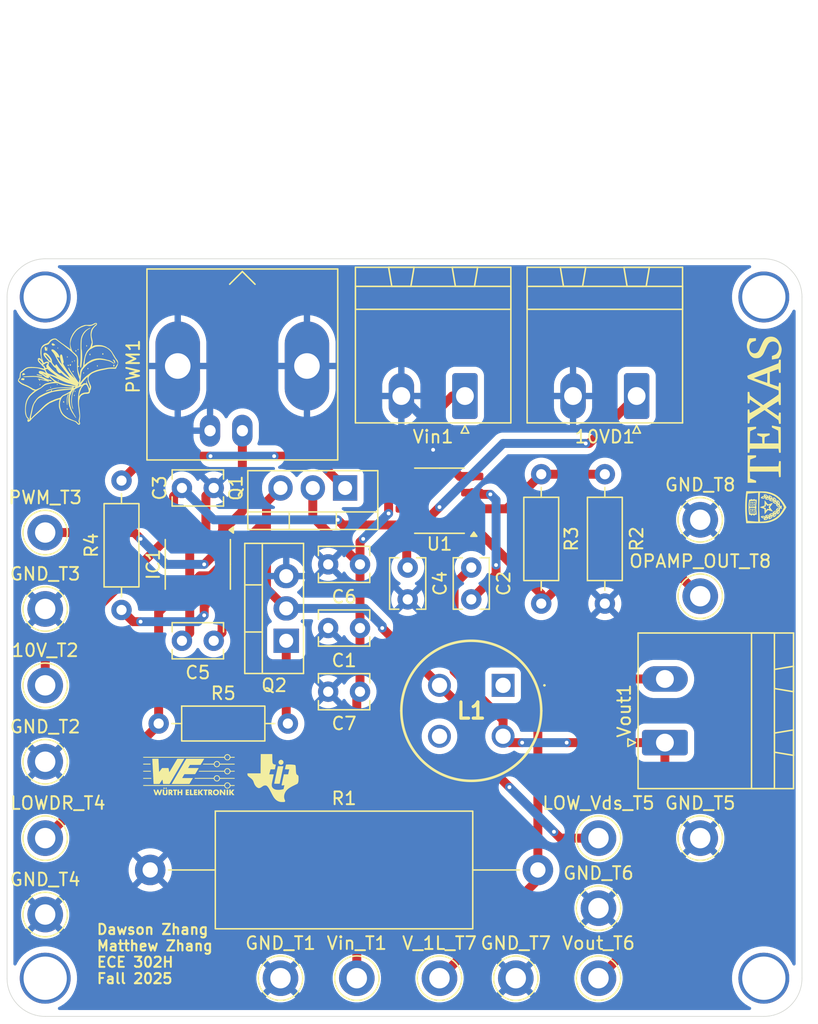
<source format=kicad_pcb>
(kicad_pcb (version 20241229) (generator "pcbnew") (generator_version "9.0")
  (layers (0 "F.Cu" signal) (2 "B.Cu" signal) (13 "F.Paste" user) (15 "B.Paste" user) (5 "F.SilkS" user "F.Silkscreen") (7 "B.SilkS" user "B.Silkscreen") (1 "F.Mask" user) (3 "B.Mask" user) (25 "Edge.Cuts" user))
  (net 0 "")
  (net 1 "GND")
  (net 2 "10V")
  (net 3 "Vin+")
  (net 4 "Vout+")
  (net 5 "Vout-")
  (net 6 "BOOT")
  (net 7 "SW")
  (net 8 "PWM")
  (net 9 "LOWDR")
  (net 12 "OPAMP_OUT")
  (net 13 "Net-(Q1-G)")
  (net 14 "Net-(Q2-G)")
  (net 15 "Net-(U1A--)")
  (net 16 "HIGHDR")
  (footprint "Images:electronik_logo8x4" (layer "F.Cu") (at 121.311687 101.587215)
    (property "Reference" "G***" (hide yes))
    (property "Value" "LOGO" (hide yes))
  )
  (footprint "TestPoint:TestPoint_Keystone_5010-5014_Multipurpose" (layer "F.Cu") (at 161.5 106.5)
    (property "Reference" "GND_T5" (at 0 -2.75 0) (layer "F.SilkS"))
    (property "Value" "TestPoint")
    (pad "1" thru_hole circle (at 0 0) (size 2.8 2.8) (drill 1.6) (layers "*.Cu" "*.Mask") (net 1 "GND"))
  )
  (footprint "TestPoint:TestPoint_Keystone_5010-5014_Multipurpose" (layer "F.Cu") (at 134.5 117.5)
    (property "Reference" "Vin_T1" (at 0 -2.75 0) (layer "F.SilkS"))
    (property "Value" "TestPoint")
    (pad "1" thru_hole circle (at 0 0) (size 2.8 2.8) (drill 1.6) (layers "*.Cu" "*.Mask") (net 3 "Vin+"))
  )
  (footprint "Connector_Phoenix_MSTB:PhoenixContact_MSTBA_2,5_2-G_1x02_P5.00mm_Horizontal" (layer "F.Cu") (at 143 71.7775 180)
    (property "Reference" "Vin1" (at 2.5 -3.2 0) (layer "F.SilkS"))
    (property "Value" "Screw_Terminal_01x02")
    (pad "1" thru_hole roundrect (at 0 0 180) (size 2 3.6) (drill 1.4) (layers "*.Cu" "*.Mask") (roundrect_rratio 0.125) (net 3 "Vin+"))
    (pad "2" thru_hole oval (at 5 0 180) (size 2 3.6) (drill 1.4) (layers "*.Cu" "*.Mask") (net 1 "GND"))
  )
  (footprint "Resistor_THT:R_Axial_DIN0207_L6.3mm_D2.5mm_P10.16mm_Horizontal" (layer "F.Cu") (at 149 77.92 -90)
    (property "Reference" "R3" (at 5.08 -2.37 90) (layer "F.SilkS"))
    (property "Value" "20k")
    (pad "1" thru_hole circle (at 0 0 270) (size 1.6 1.6) (drill 0.8) (layers "*.Cu" "*.Mask") (net 15 "Net-(U1A--)"))
    (pad "2" thru_hole circle (at 10.16 0 270) (size 1.6 1.6) (drill 0.8) (layers "*.Cu" "*.Mask") (net 12 "OPAMP_OUT"))
  )
  (footprint "Capacitor_THT:C_Disc_D3.8mm_W2.6mm_P2.50mm" (layer "F.Cu") (at 134.75 85 180)
    (property "Reference" "C6" (at 1.25 -2.55 0) (layer "F.SilkS"))
    (property "Value" "10u")
    (pad "1" thru_hole circle (at 0 0 180) (size 1.6 1.6) (drill 0.8) (layers "*.Cu" "*.Mask") (net 3 "Vin+"))
    (pad "2" thru_hole circle (at 2.5 0 180) (size 1.6 1.6) (drill 0.8) (layers "*.Cu" "*.Mask") (net 1 "GND"))
  )
  (footprint "TestPoint:TestPoint_Keystone_5010-5014_Multipurpose" (layer "F.Cu") (at 161.5 87.5)
    (property "Reference" "OPAMP_OUT_T8" (at 0 -2.75 0) (layer "F.SilkS"))
    (property "Value" "TestPoint")
    (pad "1" thru_hole circle (at 0 0) (size 2.8 2.8) (drill 1.6) (layers "*.Cu" "*.Mask") (net 12 "OPAMP_OUT"))
  )
  (footprint "Resistor_THT:R_Axial_DIN0207_L6.3mm_D2.5mm_P10.16mm_Horizontal" (layer "F.Cu") (at 154 88.08 90)
    (property "Reference" "R2" (at 5.08 2.5 90) (layer "F.SilkS"))
    (property "Value" "5k")
    (pad "1" thru_hole circle (at 0 0 90) (size 1.6 1.6) (drill 0.8) (layers "*.Cu" "*.Mask") (net 1 "GND"))
    (pad "2" thru_hole circle (at 10.16 0 90) (size 1.6 1.6) (drill 0.8) (layers "*.Cu" "*.Mask") (net 15 "Net-(U1A--)"))
  )
  (footprint "Capacitor_THT:C_Disc_D3.8mm_W2.6mm_P2.50mm" (layer "F.Cu") (at 138.5 85.25 -90)
    (property "Reference" "C4" (at 1.25 -2.55 90) (layer "F.SilkS"))
    (property "Value" "1u")
    (pad "1" thru_hole circle (at 0 0 270) (size 1.6 1.6) (drill 0.8) (layers "*.Cu" "*.Mask") (net 2 "10V"))
    (pad "2" thru_hole circle (at 2.5 0 270) (size 1.6 1.6) (drill 0.8) (layers "*.Cu" "*.Mask") (net 1 "GND"))
  )
  (footprint "Package_TO_SOT_THT:TO-220-3_Vertical" (layer "F.Cu") (at 128.95 91 90)
    (property "Reference" "Q2" (at -3.5 -0.95 180) (layer "F.SilkS"))
    (property "Value" "CSD18534KCS")
    (pad "1" thru_hole rect (at 0 0 90) (size 1.905 2) (drill 1.1) (layers "*.Cu" "*.Mask") (net 14 "Net-(Q2-G)"))
    (pad "2" thru_hole oval (at 2.54 0 90) (size 1.905 2) (drill 1.1) (layers "*.Cu" "*.Mask") (net 7 "SW"))
    (pad "3" thru_hole oval (at 5.08 0 90) (size 1.905 2) (drill 1.1) (layers "*.Cu" "*.Mask") (net 1 "GND"))
  )
  (footprint "Package_SO:SO-8_3.9x4.9mm_P1.27mm" (layer "F.Cu") (at 141 80 180)
    (property "Reference" "U1" (at 0 -3.4 0) (layer "F.SilkS"))
    (property "Value" "TLV2372")
    (pad "1" smd roundrect (at -2.575 -1.905 180) (size 1.75 0.6) (layers "F.Cu" "F.Mask" "F.Paste") (net 12 "OPAMP_OUT"))
    (pad "2" smd roundrect (at -2.575 -0.635 180) (size 1.75 0.6) (layers "F.Cu" "F.Mask" "F.Paste") (net 15 "Net-(U1A--)"))
    (pad "3" smd roundrect (at -2.575 0.635 180) (size 1.75 0.6) (layers "F.Cu" "F.Mask" "F.Paste") (net 5 "Vout-"))
    (pad "4" smd roundrect (at -2.575 1.905 180) (size 1.75 0.6) (layers "F.Cu" "F.Mask" "F.Paste") (net 1 "GND"))
    (pad "5" smd roundrect (at 2.575 1.905 180) (size 1.75 0.6) (layers "F.Cu" "F.Mask" "F.Paste"))
    (pad "6" smd roundrect (at 2.575 0.635 180) (size 1.75 0.6) (layers "F.Cu" "F.Mask" "F.Paste"))
    (pad "7" smd roundrect (at 2.575 -0.635 180) (size 1.75 0.6) (layers "F.Cu" "F.Mask" "F.Paste"))
    (pad "8" smd roundrect (at 2.575 -1.905 180) (size 1.75 0.6) (layers "F.Cu" "F.Mask" "F.Paste") (net 2 "10V"))
  )
  (footprint "Images:Lily_footprint10x10" (layer "F.Cu") (at 111.797343 70.034544)
    (property "Reference" "G***" (hide yes))
    (property "Value" "LOGO" (hide yes))
  )
  (footprint "TestPoint:TestPoint_Keystone_5010-5014_Multipurpose" (layer "F.Cu") (at 141 117.5)
    (property "Reference" "V_1L_T7" (at 0 -2.75 0) (layer "F.SilkS"))
    (property "Value" "TestPoint")
    (pad "1" thru_hole circle (at 0 0) (size 2.8 2.8) (drill 1.6) (layers "*.Cu" "*.Mask") (net 5 "Vout-"))
  )
  (footprint "Capacitor_THT:C_Disc_D3.8mm_W2.6mm_P2.50mm" (layer "F.Cu") (at 143.5 85.25 -90)
    (property "Reference" "C2" (at 1.25 -2.55 90) (layer "F.SilkS"))
    (property "Value" "1u")
    (pad "1" thru_hole circle (at 0 0 270) (size 1.6 1.6) (drill 0.8) (layers "*.Cu" "*.Mask") (net 4 "Vout+"))
    (pad "2" thru_hole circle (at 2.5 0 270) (size 1.6 1.6) (drill 0.8) (layers "*.Cu" "*.Mask") (net 5 "Vout-"))
  )
  (footprint "Resistor_THT:R_Axial_DIN0207_L6.3mm_D2.5mm_P10.16mm_Horizontal" (layer "F.Cu") (at 116 88.58 90)
    (property "Reference" "R4" (at 5.08 -2.37 90) (layer "F.SilkS"))
    (property "Value" "100")
    (pad "1" thru_hole circle (at 0 0 90) (size 1.6 1.6) (drill 0.8) (layers "*.Cu" "*.Mask") (net 16 "HIGHDR"))
    (pad "2" thru_hole circle (at 10.16 0 90) (size 1.6 1.6) (drill 0.8) (layers "*.Cu" "*.Mask") (net 13 "Net-(Q1-G)"))
  )
  (footprint "TestPoint:TestPoint_Keystone_5010-5014_Multipurpose" (layer "F.Cu") (at 110 106.5)
    (property "Reference" "LOWDR_T4" (at 1 -2.75 0) (layer "F.SilkS"))
    (property "Value" "TestPoint")
    (pad "1" thru_hole circle (at 0 0) (size 2.8 2.8) (drill 1.6) (layers "*.Cu" "*.Mask") (net 9 "LOWDR"))
  )
  (footprint "Resistor_THT:R_Axial_DIN0207_L6.3mm_D2.5mm_P10.16mm_Horizontal" (layer "F.Cu") (at 118.92 97.5)
    (property "Reference" "R5" (at 5.08 -2.37 0) (layer "F.SilkS"))
    (property "Value" "100")
    (pad "1" thru_hole circle (at 0 0) (size 1.6 1.6) (drill 0.8) (layers "*.Cu" "*.Mask") (net 9 "LOWDR"))
    (pad "2" thru_hole circle (at 10.16 0) (size 1.6 1.6) (drill 0.8) (layers "*.Cu" "*.Mask") (net 14 "Net-(Q2-G)"))
  )
  (footprint "TestPoint:TestPoint_Keystone_5010-5014_Multipurpose" (layer "F.Cu") (at 153.5 112)
    (property "Reference" "GND_T6" (at 0 -2.75 0) (layer "F.SilkS"))
    (property "Value" "TestPoint")
    (pad "1" thru_hole circle (at 0 0) (size 2.8 2.8) (drill 1.6) (layers "*.Cu" "*.Mask") (net 1 "GND"))
  )
  (footprint "Capacitor_THT:C_Disc_D3.8mm_W2.6mm_P2.50mm" (layer "F.Cu") (at 134.75 95 180)
    (property "Reference" "C7" (at 1.25 -2.5 0) (layer "F.SilkS"))
    (property "Value" "10u")
    (pad "1" thru_hole circle (at 0 0 180) (size 1.6 1.6) (drill 0.8) (layers "*.Cu" "*.Mask") (net 3 "Vin+"))
    (pad "2" thru_hole circle (at 2.5 0 180) (size 1.6 1.6) (drill 0.8) (layers "*.Cu" "*.Mask") (net 1 "GND"))
  )
  (footprint "Capacitor_THT:C_Disc_D3.8mm_W2.6mm_P2.50mm" (layer "F.Cu") (at 134.75 90 180)
    (property "Reference" "C1" (at 1.25 -2.55 0) (layer "F.SilkS"))
    (property "Value" "10u")
    (pad "1" thru_hole circle (at 0 0 180) (size 1.6 1.6) (drill 0.8) (layers "*.Cu" "*.Mask") (net 3 "Vin+"))
    (pad "2" thru_hole circle (at 2.5 0 180) (size 1.6 1.6) (drill 0.8) (layers "*.Cu" "*.Mask") (net 1 "GND"))
  )
  (footprint "Images:utexas_logo21x9" (layer "F.Cu") (at 166.650447 74.500461 90)
    (property "Reference" "G***" (hide yes))
    (property "Value" "LOGO" (hide yes))
  )
  (footprint "TestPoint:TestPoint_Keystone_5010-5014_Multipurpose" (layer "F.Cu") (at 153.5 106.5)
    (property "Reference" "LOW_Vds_T5" (at 0 -2.75 0) (layer "F.SilkS"))
    (property "Value" "TestPoint")
    (pad "1" thru_hole circle (at 0 0) (size 2.8 2.8) (drill 1.6) (layers "*.Cu" "*.Mask") (net 7 "SW"))
  )
  (footprint "Connector_Phoenix_MSTB:PhoenixContact_MSTBA_2,5_2-G_1x02_P5.00mm_Horizontal" (layer "F.Cu") (at 158.7225 99 90)
    (property "Reference" "Vout1" (at 2.5 -3.2 90) (layer "F.SilkS"))
    (property "Value" "Screw_Terminal_01x02")
    (pad "1" thru_hole roundrect (at 0 0 90) (size 2 3.6) (drill 1.4) (layers "*.Cu" "*.Mask") (roundrect_rratio 0.125) (net 4 "Vout+"))
    (pad "2" thru_hole oval (at 5 0 90) (size 2 3.6) (drill 1.4) (layers "*.Cu" "*.Mask") (net 5 "Vout-"))
  )
  (footprint "Package_SO:SO-8_3.9x4.9mm_P1.27mm" (layer "F.Cu") (at 122 85 -90)
    (property "Reference" "IC1" (at 0 3.5 90) (layer "F.SilkS"))
    (property "Value" "TPS2832D")
    (pad "1" smd roundrect (at -2.575 -1.905 270) (size 1.75 0.6) (layers "F.Cu" "F.Mask" "F.Paste") (net 8 "PWM"))
    (pad "2" smd roundrect (at -2.575 -0.635 270) (size 1.75 0.6) (layers "F.Cu" "F.Mask" "F.Paste") (net 1 "GND"))
    (pad "3" smd roundrect (at -2.575 0.635 270) (size 1.75 0.6) (layers "F.Cu" "F.Mask" "F.Paste") (net 7 "SW"))
    (pad "4" smd roundrect (at -2.575 1.905 270) (size 1.75 0.6) (layers "F.Cu" "F.Mask" "F.Paste") (net 2 "10V"))
    (pad "5" smd roundrect (at 2.575 1.905 270) (size 1.75 0.6) (layers "F.Cu" "F.Mask" "F.Paste") (net 9 "LOWDR"))
    (pad "6" smd roundrect (at 2.575 0.635 270) (size 1.75 0.6) (layers "F.Cu" "F.Mask" "F.Paste") (net 7 "SW"))
    (pad "7" smd roundrect (at 2.575 -0.635 270) (size 1.75 0.6) (layers "F.Cu" "F.Mask" "F.Paste") (net 16 "HIGHDR"))
    (pad "8" smd roundrect (at 2.575 -1.905 270) (size 1.75 0.6) (layers "F.Cu" "F.Mask" "F.Paste") (net 6 "BOOT"))
  )
  (footprint "TestPoint:TestPoint_Keystone_5010-5014_Multipurpose" (layer "F.Cu") (at 110 94.5)
    (property "Reference" "10V_T2" (at 0 -2.75 0) (layer "F.SilkS"))
    (property "Value" "TestPoint")
    (pad "1" thru_hole circle (at 0 0) (size 2.8 2.8) (drill 1.6) (layers "*.Cu" "*.Mask") (net 2 "10V"))
  )
  (footprint "Connector_Coaxial:BNC_Amphenol_B6252HB-NPP3G-50_Horizontal" (layer "F.Cu") (at 125.5 74.5)
    (property "Reference" "PWM1" (at -8.58 -5.05 90) (layer "F.SilkS"))
    (property "Value" "Conn_Coaxial")
    (pad "1" thru_hole oval (at 0 0) (size 1.6 2.5) (drill 0.89) (layers "*.Cu" "*.Mask") (net 8 "PWM"))
    (pad "2" thru_hole oval (at -5.08 -5.08) (size 3.5 7) (drill 2.01) (layers "*.Cu" "*.Mask") (net 1 "GND"))
    (pad "2" thru_hole oval (at -2.54 0) (size 1.6 2.5) (drill 0.89) (layers "*.Cu" "*.Mask") (net 1 "GND"))
    (pad "2" thru_hole oval (at 5.08 -5.08) (size 3.5 7) (drill 2.01) (layers "*.Cu" "*.Mask") (net 1 "GND"))
  )
  (footprint "TestPoint:TestPoint_Keystone_5010-5014_Multipurpose" (layer "F.Cu") (at 110 100.5)
    (property "Reference" "GND_T2" (at 0 -2.75 0) (layer "F.SilkS"))
    (property "Value" "TestPoint")
    (pad "1" thru_hole circle (at 0 0) (size 2.8 2.8) (drill 1.6) (layers "*.Cu" "*.Mask") (net 1 "GND"))
  )
  (footprint "TestPoint:TestPoint_Keystone_5010-5014_Multipurpose" (layer "F.Cu") (at 110 88.5)
    (property "Reference" "GND_T3" (at 0 -2.75 0) (layer "F.SilkS"))
    (property "Value" "TestPoint")
    (pad "1" thru_hole circle (at 0 0) (size 2.8 2.8) (drill 1.6) (layers "*.Cu" "*.Mask") (net 1 "GND"))
  )
  (footprint "Package_TO_SOT_THT:TO-220-3_Vertical" (layer "F.Cu") (at 133.58 79 180)
    (property "Reference" "Q1" (at 8.58 0 90) (layer "F.SilkS"))
    (property "Value" "CSD18534KCS")
    (pad "1" thru_hole rect (at 0 0 180) (size 1.905 2) (drill 1.1) (layers "*.Cu" "*.Mask") (net 13 "Net-(Q1-G)"))
    (pad "2" thru_hole oval (at 2.54 0 180) (size 1.905 2) (drill 1.1) (layers "*.Cu" "*.Mask") (net 3 "Vin+"))
    (pad "3" thru_hole oval (at 5.08 0 180) (size 1.905 2) (drill 1.1) (layers "*.Cu" "*.Mask") (net 7 "SW"))
  )
  (footprint "TestPoint:TestPoint_Keystone_5010-5014_Multipurpose" (layer "F.Cu") (at 161.5 81.5)
    (property "Reference" "GND_T8" (at 0 -2.75 0) (layer "F.SilkS"))
    (property "Value" "TestPoint")
    (pad "1" thru_hole circle (at 0 0) (size 2.8 2.8) (drill 1.6) (layers "*.Cu" "*.Mask") (net 1 "GND"))
  )
  (footprint "Connector_Phoenix_MSTB:PhoenixContact_MSTBA_2,5_2-G_1x02_P5.00mm_Horizontal" (layer "F.Cu") (at 156.5 71.7775 180)
    (property "Reference" "10VD1" (at 2.5 -3.2 0) (layer "F.SilkS"))
    (property "Value" "Screw_Terminal_01x02")
    (pad "1" thru_hole roundrect (at 0 0 180) (size 2 3.6) (drill 1.4) (layers "*.Cu" "*.Mask") (roundrect_rratio 0.125) (net 2 "10V"))
    (pad "2" thru_hole oval (at 5 0 180) (size 2 3.6) (drill 1.4) (layers "*.Cu" "*.Mask") (net 1 "GND"))
  )
  (footprint "Images:TI_logo" (layer "F.Cu") (at 127.913476 101.781385)
    (property "Reference" "G***" (hide yes))
    (property "Value" "LOGO" (hide yes))
  )
  (footprint "TestPoint:TestPoint_Keystone_5010-5014_Multipurpose" (layer "F.Cu") (at 110 82.5)
    (property "Reference" "PWM_T3" (at 0 -2.75 0) (layer "F.SilkS"))
    (property "Value" "TestPoint")
    (pad "1" thru_hole circle (at 0 0) (size 2.8 2.8) (drill 1.6) (layers "*.Cu" "*.Mask") (net 8 "PWM"))
  )
  (footprint "Resistor_THT:R_Axial_DIN0922_L20.0mm_D9.0mm_P30.48mm_Horizontal" (layer "F.Cu") (at 118.255 109)
    (property "Reference" "R1" (at 15.24 -5.62 0) (layer "F.SilkS"))
    (property "Value" "0.5")
    (pad "1" thru_hole circle (at 0 0) (size 2.4 2.4) (drill 1.2) (layers "*.Cu" "*.Mask") (net 1 "GND"))
    (pad "2" thru_hole circle (at 30.48 0) (size 2.4 2.4) (drill 1.2) (layers "*.Cu" "*.Mask") (net 5 "Vout-"))
  )
  (footprint "TestPoint:TestPoint_Keystone_5010-5014_Multipurpose" (layer "F.Cu") (at 147 117.5)
    (property "Reference" "GND_T7" (at 0 -2.75 0) (layer "F.SilkS"))
    (property "Value" "TestPoint")
    (pad "1" thru_hole circle (at 0 0) (size 2.8 2.8) (drill 1.6) (layers "*.Cu" "*.Mask") (net 1 "GND"))
  )
  (footprint "TestPoint:TestPoint_Keystone_5010-5014_Multipurpose" (layer "F.Cu") (at 128.5 117.5)
    (property "Reference" "GND_T1" (at 0 -2.75 0) (layer "F.SilkS"))
    (property "Value" "TestPoint")
    (pad "1" thru_hole circle (at 0 0) (size 2.8 2.8) (drill 1.6) (layers "*.Cu" "*.Mask") (net 1 "GND"))
  )
  (footprint "TestPoint:TestPoint_Keystone_5010-5014_Multipurpose" (layer "F.Cu") (at 153.5 117.5)
    (property "Reference" "Vout_T6" (at 0 -2.75 0) (layer "F.SilkS"))
    (property "Value" "TestPoint")
    (pad "1" thru_hole circle (at 0 0) (size 2.8 2.8) (drill 1.6) (layers "*.Cu" "*.Mask") (net 4 "Vout+"))
  )
  (footprint "BuckParts:7447231101" (layer "F.Cu") (at 146 94.5 180)
    (property "Reference" "L1" (at 2.5 -2 0) (layer "F.SilkS") (effects (font (size 1.27 1.27) (thickness 0.254))))
    (property "Value" "7447231101" (hide yes))
    (pad "1" thru_hole rect (at 0 0 180) (size 1.8 1.8) (drill 1.2) (layers "*.Cu" "*.Mask"))
    (pad "2" thru_hole circle (at 5 0 180) (size 1.8 1.8) (drill 1.2) (layers "*.Cu" "*.Mask") (net 7 "SW"))
    (pad "3" thru_hole circle (at 0 -4 180) (size 1.8 1.8) (drill 1.2) (layers "*.Cu" "*.Mask") (net 4 "Vout+"))
    (pad "4" thru_hole circle (at 5 -4 180) (size 1.8 1.8) (drill 1.2) (layers "*.Cu" "*.Mask"))
  )
  (footprint "TestPoint:TestPoint_Keystone_5010-5014_Multipurpose" (layer "F.Cu") (at 110 112.5)
    (property "Reference" "GND_T4" (at 0 -2.75 0) (layer "F.SilkS"))
    (property "Value" "TestPoint")
    (pad "1" thru_hole circle (at 0 0) (size 2.8 2.8) (drill 1.6) (layers "*.Cu" "*.Mask") (net 1 "GND"))
  )
  (footprint "Capacitor_THT:C_Disc_D3.8mm_W2.6mm_P2.50mm" (layer "F.Cu") (at 123.25 91 180)
    (property "Reference" "C5" (at 1.25 -2.5 0) (layer "F.SilkS"))
    (property "Value" "1u")
    (pad "1" thru_hole circle (at 0 0 180) (size 1.6 1.6) (drill 0.8) (layers "*.Cu" "*.Mask") (net 6 "BOOT"))
    (pad "2" thru_hole circle (at 2.5 0 180) (size 1.6 1.6) (drill 0.8) (layers "*.Cu" "*.Mask") (net 7 "SW"))
  )
  (footprint "Capacitor_THT:C_Disc_D3.8mm_W2.6mm_P2.50mm" (layer "F.Cu") (at 123.25 79 180)
    (property "Reference" "C3" (at 4.25 0 270) (layer "F.SilkS"))
    (property "Value" "1u")
    (pad "1" thru_hole circle (at 0 0 180) (size 1.6 1.6) (drill 0.8) (layers "*.Cu" "*.Mask") (net 1 "GND"))
    (pad "2" thru_hole circle (at 2.5 0 180) (size 1.6 1.6) (drill 0.8) (layers "*.Cu" "*.Mask") (net 2 "10V"))
  )
  (gr_arc (start 166.5 61) (mid 168.62132 61.87868) (end 169.5 64) (stroke (width 0.05)) (layer "Edge.Cuts"))
  (gr_line (start 166.5 61) (end 110 61) (stroke (width 0.05)) (layer "Edge.Cuts"))
  (gr_arc (start 169.5 117.5) (mid 168.62132 119.62132) (end 166.5 120.5) (stroke (width 0.05)) (layer "Edge.Cuts"))
  (gr_line (start 107 117.5) (end 107 64) (stroke (width 0.05)) (layer "Edge.Cuts"))
  (gr_arc (start 110 120.5) (mid 107.87868 119.62132) (end 107 117.5) (stroke (width 0.05)) (layer "Edge.Cuts"))
  (gr_line (start 169.5 64) (end 169.5 117.5) (stroke (width 0.05)) (layer "Edge.Cuts"))
  (gr_line (start 166.5 120.5) (end 110 120.5) (stroke (width 0.05)) (layer "Edge.Cuts"))
  (gr_arc (start 107 64) (mid 107.87868 61.87868) (end 110 61) (stroke (width 0.05)) (layer "Edge.Cuts"))
  (gr_text "Dawson Zhang\nMatthew Zhang\nECE 302H\nFall 2025" (at 113.979077 118.000888 0) (layer "F.SilkS") (effects (font (size 0.8 0.8) (thickness 0.16) (bold yes)) (justify left bottom)))
  (via (at 166.5 117.5) (size 4) (drill 3.4) (layers "F.Cu" "B.Cu") (net 0))
  (via (at 166.5 64) (size 4) (drill 3.4) (layers "F.Cu" "B.Cu") (net 0))
  (via (at 110 117.5) (size 4) (drill 3.4) (layers "F.Cu" "B.Cu") (net 0))
  (via (at 110 64) (size 4) (drill 3.4) (layers "F.Cu" "B.Cu") (net 0))
  (segment (start 122.635 79.615) (end 123.25 79) (width 0.7) (layer "F.Cu") (net 1))
  (segment (start 143.575 78.095) (end 142.595 78.095) (width 0.7) (layer "F.Cu") (net 1))
  (segment (start 122.635 82.425) (end 122.635 79.615) (width 0.7) (layer "F.Cu") (net 1))
  (segment (start 142.595 78.095) (end 140.5 76) (width 0.7) (layer "F.Cu") (net 1))
  (via (at 140.5 76) (size 0.6) (drill 0.3) (layers "F.Cu" "B.Cu") (net 1))
  (segment (start 140.5 76) (end 140.5 74.2775) (width 0.7) (layer "B.Cu") (net 1))
  (segment (start 140.5 74.2775) (end 138 71.7775) (width 0.7) (layer "B.Cu") (net 1))
  (segment (start 139.595 81.905) (end 141 80.5) (width 0.7) (layer "F.Cu") (net 2))
  (segment (start 138.425 81.905) (end 138.425 85.175) (width 0.7) (layer "F.Cu") (net 2))
  (segment (start 138.425 85.175) (end 138.5 85.25) (width 0.7) (layer "F.Cu") (net 2))
  (segment (start 110 94.5) (end 110 92.52) (width 0.7) (layer "F.Cu") (net 2))
  (segment (start 110 92.52) (end 120.095 82.425) (width 0.7) (layer "F.Cu") (net 2))
  (segment (start 152.5 75.5) (end 152.7775 75.5) (width 0.7) (layer "F.Cu") (net 2))
  (segment (start 120.75 79) (end 120.095 79.655) (width 0.7) (layer "F.Cu") (net 2))
  (segment (start 138.425 81.905) (end 133.405 81.905) (width 0.7) (layer "F.Cu") (net 2))
  (segment (start 120.095 79.655) (end 120.095 82.425) (width 0.7) (layer "F.Cu") (net 2))
  (segment (start 133.405 81.905) (end 133 81.5) (width 0.7) (layer "F.Cu") (net 2))
  (segment (start 138.425 81.905) (end 139.595 81.905) (width 0.7) (layer "F.Cu") (net 2))
  (segment (start 152.7775 75.5) (end 156.5 71.7775) (width 0.7) (layer "F.Cu") (net 2))
  (via (at 133 81.5) (size 0.6) (drill 0.3) (layers "F.Cu" "B.Cu") (net 2))
  (via (at 152.5 75.5) (size 0.6) (drill 0.3) (layers "F.Cu" "B.Cu") (net 2))
  (via (at 141 80.5) (size 0.6) (drill 0.3) (layers "F.Cu" "B.Cu") (net 2))
  (segment (start 141 80.5) (end 146 75.5) (width 0.7) (layer "B.Cu") (net 2))
  (segment (start 146 75.5) (end 152.5 75.5) (width 0.7) (layer "B.Cu") (net 2))
  (segment (start 123.25 81.5) (end 133 81.5) (width 0.7) (layer "B.Cu") (net 2))
  (segment (start 120.75 79) (end 123.25 81.5) (width 0.7) (layer "B.Cu") (net 2))
  (segment (start 134.75 90) (end 134.75 95) (width 0.7) (layer "F.Cu") (net 3))
  (segment (start 142 71.7775) (end 143 71.7775) (width 0.7) (layer "F.Cu") (net 3))
  (segment (start 134.75 85) (end 134.75 83.25) (width 0.7) (layer "F.Cu") (net 3))
  (segment (start 131.04 79) (end 131.04 81.29) (width 0.7) (layer "F.Cu") (net 3))
  (segment (start 134.5 117.5) (end 134.5 95.25) (width 0.7) (layer "F.Cu") (net 3))
  (segment (start 134.5 95.25) (end 134.75 95) (width 0.7) (layer "F.Cu") (net 3))
  (segment (start 137 76.7775) (end 142 71.7775) (width 0.7) (layer "F.Cu") (net 3))
  (segment (start 131.04 81.29) (end 134.75 85) (width 0.7) (layer "F.Cu") (net 3))
  (segment (start 134.75 85) (end 134.75 90) (width 0.7) (layer "F.Cu") (net 3))
  (segment (start 137 81) (end 137 76.7775) (width 0.7) (layer "F.Cu") (net 3))
  (segment (start 134.75 83.25) (end 135 83) (width 0.7) (layer "F.Cu") (net 3))
  (via (at 137 81) (size 0.6) (drill 0.3) (layers "F.Cu" "B.Cu") (net 3))
  (via (at 135 83) (size 0.6) (drill 0.3) (layers "F.Cu" "B.Cu") (net 3))
  (segment (start 135 83) (end 137 81) (width 0.7) (layer "B.Cu") (net 3))
  (segment (start 146 97.227208) (end 142.149 93.376208) (width 0.7) (layer "F.Cu") (net 4))
  (segment (start 153.5 117.5) (end 158.7225 112.2775) (width 0.7) (layer "F.Cu") (net 4))
  (segment (start 147.5 99) (end 146.5 99) (width 0.7) (layer "F.Cu") (net 4))
  (segment (start 142.149 86.601) (end 143.5 85.25) (width 0.7) (layer "F.Cu") (net 4))
  (segment (start 146.5 99) (end 146 98.5) (width 0.7) (layer "F.Cu") (net 4))
  (segment (start 142.149 93.376208) (end 142.149 86.601) (width 0.7) (layer "F.Cu") (net 4))
  (segment (start 158.7225 112.2775) (end 158.7225 99) (width 0.7) (layer "F.Cu") (net 4))
  (segment (start 158.7225 99) (end 151 99) (width 0.7) (layer "F.Cu") (net 4))
  (segment (start 146 98.5) (end 146 97.227208) (width 0.7) (layer "F.Cu") (net 4))
  (via (at 147.5 99) (size 0.6) (drill 0.3) (layers "F.Cu" "B.Cu") (net 4))
  (via (at 151 99) (size 0.6) (drill 0.3) (layers "F.Cu" "B.Cu") (net 4))
  (segment (start 151 99) (end 147.5 99) (width 0.7) (layer "B.Cu") (net 4))
  (segment (start 145.447897 85.802103) (end 145.447897 85.052103) (width 0.7) (layer "F.Cu") (net 5))
  (segment (start 148.735 97.765) (end 152.5 94) (width 0.7) (layer "F.Cu") (net 5))
  (segment (start 143.5 87.75) (end 144.875 86.375) (width 0.7) (layer "F.Cu") (net 5))
  (segment (start 158.7225 94) (end 152.5 94) (width 0.7) (layer "F.Cu") (net 5))
  (segment (start 144.875 86.375) (end 145.447897 85.802103) (width 0.7) (layer "F.Cu") (net 5))
  (segment (start 141 117.5) (end 148.735 109.765) (width 0.7) (layer "F.Cu") (net 5))
  (segment (start 145 79.5) (end 143.71 79.5) (width 0.7) (layer "F.Cu") (net 5))
  (segment (start 148.735 109) (end 148.735 97.765) (width 0.7) (layer "F.Cu") (net 5))
  (segment (start 143.71 79.5) (end 143.575 79.365) (width 0.7) (layer "F.Cu") (net 5))
  (segment (start 148.735 109.765) (end 148.735 109) (width 0.7) (layer "F.Cu") (net 5))
  (segment (start 152.5 94) (end 144.875 86.375) (width 0.7) (layer "F.Cu") (net 5))
  (via (at 145 79.5) (size 0.6) (drill 0.3) (layers "F.Cu" "B.Cu") (net 5))
  (via (at 145.447897 85.052103) (size 0.6) (drill 0.3) (layers "F.Cu" "B.Cu") (net 5))
  (segment (start 145.447897 79.947897) (end 145 79.5) (width 0.7) (layer "B.Cu") (net 5))
  (segment (start 145.447897 85.052103) (end 145.447897 79.947897) (width 0.7) (layer "B.Cu") (net 5))
  (segment (start 123.25 91) (end 123.905 90.345) (width 0.7) (layer "F.Cu") (net 6))
  (segment (start 123.905 90.345) (end 123.905 87.575) (width 0.7) (layer "F.Cu") (net 6))
  (segment (start 128.5 79) (end 127.399 80.101) (width 0.7) (layer "F.Cu") (net 7))
  (segment (start 122.998001 85.900999) (end 127.399 81.5) (width 0.7) (layer "F.Cu") (net 7))
  (segment (start 121.365 86.700001) (end 122.164002 85.900999) (width 0.7) (layer "F.Cu") (net 7))
  (segment (start 127.399 86.909) (end 128.95 88.46) (width 0.7) (layer "F.Cu") (net 7))
  (segment (start 146.5 102.5) (end 143 99) (width 0.7) (layer "F.Cu") (net 7))
  (segment (start 143 99) (end 143 96.5) (width 0.7) (layer "F.Cu") (net 7))
  (segment (start 121.365 90.385) (end 121.365 87.575) (width 0.7) (layer "F.Cu") (net 7))
  (segment (start 143 96.5) (end 141 94.5) (width 0.7) (layer "F.Cu") (net 7))
  (segment (start 120.75 91) (end 121.365 90.385) (width 0.7) (layer "F.Cu") (net 7))
  (segment (start 127.399 80.101) (end 127.399 81.5) (width 0.7) (layer "F.Cu") (net 7))
  (segment (start 122.164002 85.900999) (end 122.998001 85.900999) (width 0.7) (layer "F.Cu") (net 7))
  (segment (start 150.5 106.5) (end 150 106) (width 0.7) (layer "F.Cu") (net 7))
  (segment (start 153.5 106.5) (end 150.5 106.5) (width 0.7) (layer "F.Cu") (net 7))
  (segment (start 127.399 81.5) (end 127.399 86.909) (width 0.7) (layer "F.Cu") (net 7))
  (segment (start 121.365 82.425) (end 121.365 87.575) (width 0.7) (layer "F.Cu") (net 7))
  (segment (start 121.365 87.575) (end 121.365 86.700001) (width 0.7) (layer "F.Cu") (net 7))
  (segment (start 136.5 90) (end 141 94.5) (width 0.7) (layer "F.Cu") (net 7))
  (via (at 150 106) (size 0.6) (drill 0.3) (layers "F.Cu" "B.Cu") (net 7))
  (via (at 136.5 90) (size 0.6) (drill 0.3) (layers "F.Cu" "B.Cu") (net 7))
  (via (at 146.5 102.5) (size 0.6) (drill 0.3) (layers "F.Cu" "B.Cu") (net 7))
  (segment (start 150 106) (end 146.5 102.5) (width 0.7) (layer "B.Cu") (net 7))
  (segment (start 135.120603 88.46) (end 136.5 89.839397) (width 0.7) (layer "B.Cu") (net 7))
  (segment (start 136.5 89.839397) (end 136.5 90) (width 0.7) (layer "B.Cu") (net 7))
  (segment (start 128.95 88.46) (end 135.120603 88.46) (width 0.7) (layer "B.Cu") (net 7))
  (segment (start 125.5 74.5) (end 125.5 80.83) (width 0.7) (layer "F.Cu") (net 8))
  (segment (start 123.905 83.595) (end 123.905 82.425) (width 0.7) (layer "F.Cu") (net 8))
  (segment (start 122.5 85) (end 123.905 83.595) (width 0.7) (layer "F.Cu") (net 8))
  (segment (start 110 82.5) (end 117 82.5) (width 0.7) (layer "F.Cu") (net 8))
  (segment (start 117 82.5) (end 117.5 83) (width 0.7) (layer "F.Cu") (net 8))
  (segment (start 125.5 80.83) (end 123.905 82.425) (width 0.7) (layer "F.Cu") (net 8))
  (via (at 117.5 83) (size 0.6) (drill 0.3) (layers "F.Cu" "B.Cu") (net 8))
  (via (at 122.5 85) (size 0.6) (drill 0.3) (layers "F.Cu" "B.Cu") (net 8))
  (segment (start 117.5 83) (end 119.5 85) (width 0.7) (layer "B.Cu") (net 8))
  (segment (start 119.5 85) (end 122.5 85) (width 0.7) (layer "B.Cu") (net 8))
  (segment (start 110 106.5) (end 118.92 97.58) (width 0.7) (layer "F.Cu") (net 9))
  (segment (start 118.92 97.58) (end 118.92 97.5) (width 0.7) (layer "F.Cu") (net 9))
  (segment (start 120.095 87.575) (end 118.92 88.75) (width 0.7) (layer "F.Cu") (net 9))
  (segment (start 118.92 88.75) (end 118.92 97.5) (width 0.7) (layer "F.Cu") (net 9))
  (segment (start 149 87.33) (end 149 88.08) (width 0.7) (layer "F.Cu") (net 12))
  (segment (start 160.100001 86.100001) (end 150.979999 86.100001) (width 0.7) (layer "F.Cu") (net 12))
  (segment (start 150.979999 86.100001) (end 149 88.08) (width 0.7) (layer "F.Cu") (net 12))
  (segment (start 143.575 81.905) (end 149 87.33) (width 0.7) (layer "F.Cu") (net 12))
  (segment (start 161.5 87.5) (end 160.100001 86.100001) (width 0.7) (layer "F.Cu") (net 12))
  (segment (start 116 78.42) (end 117.92 76.5) (width 0.7) (layer "F.Cu") (net 13))
  (segment (start 131.08 76.5) (end 133.58 79) (width 0.7) (layer "F.Cu") (net 13))
  (segment (start 128 76.5) (end 131.08 76.5) (width 0.7) (layer "F.Cu") (net 13))
  (segment (start 117.92 76.5) (end 123 76.5) (width 0.7) (layer "F.Cu") (net 13))
  (via (at 128 76.5) (size 0.6) (drill 0.3) (layers "F.Cu" "B.Cu") (net 13))
  (via (at 123 76.5) (size 0.6) (drill 0.3) (layers "F.Cu" "B.Cu") (net 13))
  (segment (start 123 76.5) (end 128 76.5) (width 0.7) (layer "B.Cu") (net 13))
  (segment (start 128.95 91) (end 128.95 97.37) (width 0.7) (layer "F.Cu") (net 14))
  (segment (start 128.95 97.37) (end 129.08 97.5) (width 0.7) (layer "F.Cu") (net 14))
  (segment (start 146.285 80.635) (end 143.575 80.635) (width 0.7) (layer "F.Cu") (net 15))
  (segment (start 149 77.92) (end 146.285 80.635) (width 0.7) (layer "F.Cu") (net 15))
  (segment (start 149 77.92) (end 154 77.92) (width 0.7) (layer "F.Cu") (net 15))
  (segment (start 116 88.58) (end 116.92 89.5) (width 0.7) (layer "F.Cu") (net 16))
  (segment (start 122.5 89) (end 122.5 87.71) (width 0.7) (layer "F.Cu") (net 16))
  (segment (start 122.5 87.71) (end 122.635 87.575) (width 0.7) (layer "F.Cu") (net 16))
  (segment (start 116.92 89.5) (end 117.5 89.5) (width 0.7) (layer "F.Cu") (net 16))
  (via (at 122.5 89) (size 0.6) (drill 0.3) (layers "F.Cu" "B.Cu") (net 16))
  (via (at 117.5 89.5) (size 0.6) (drill 0.3) (layers "F.Cu" "B.Cu") (net 16))
  (segment (start 117.5 89.5) (end 122 89.5) (width 0.7) (layer "B.Cu") (net 16))
  (segment (start 122 89.5) (end 122.5 89) (width 0.7) (layer "B.Cu") (net 16))
  (zone (net 1) (net_name "GND") (layer "B.Cu") (connect_pads (clearance 0.5)) (min_thickness 0.25) (fill yes (thermal_gap 0.5) (thermal_bridge_width 0.5))
    (polygon (pts (xy 169.5 61) (xy 107 61) (xy 107 120.5) (xy 169.5 120.5)))
  )
)
</source>
